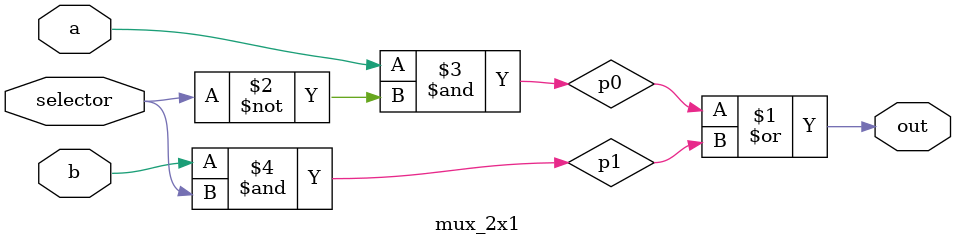
<source format=v>
`timescale 1ns / 1ps

module mux_2x1(
    input a,
    input b,
    input selector,
    output out
    );

    wire p0, p1;

    assign out = p0 | p1;
    assign p0 = a & ~selector;
    assign p1 = b & selector;
endmodule
</source>
